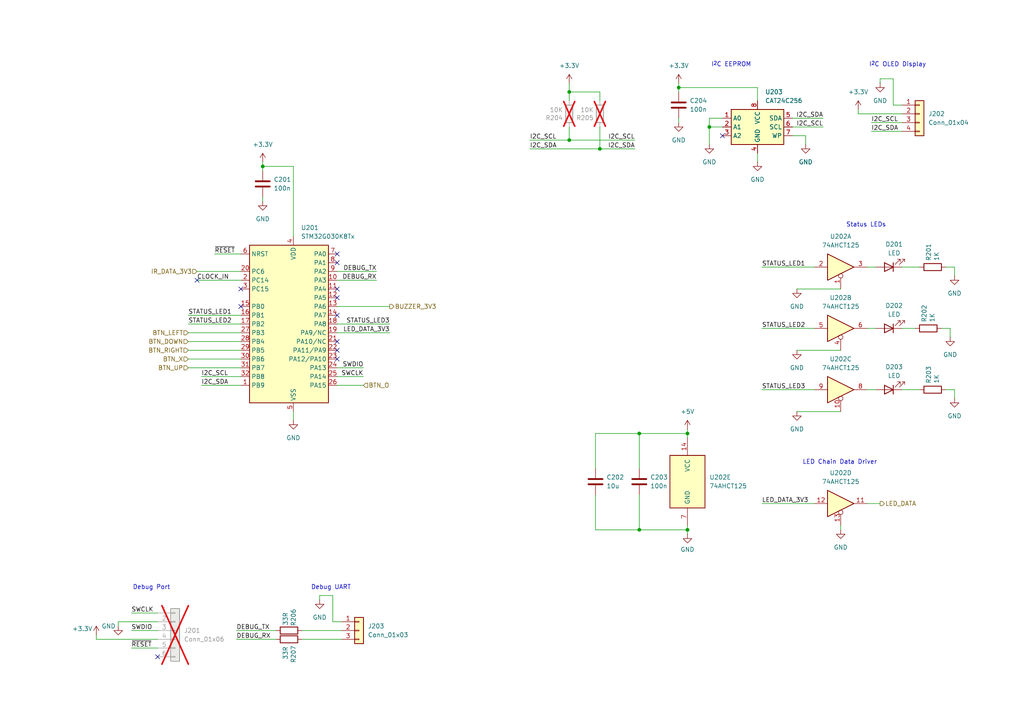
<source format=kicad_sch>
(kicad_sch (version 20231120) (generator "eeschema") (generator_version "8.0")
  (paper "A4")
  (lib_symbols
    (symbol "74xx:74AHCT125" (pin_names (offset 1.016))
      (property "Reference" "U" (at 0 1.27 0))
      (property "Value" "74AHCT125" (at 0 -1.27 0))
      (symbol "74AHCT125_1_0"
        (polyline (pts (xy -3.81 3.81) (xy -3.81 -3.81) (xy 3.81 0) (xy -3.81 3.81)) (stroke (width 0.254)) (fill (type background)))
        (pin input inverted (at 0 -6.35 90) (length 4.445) (name "~") (number "1"))
        (pin input line (at -7.62 0 0) (length 3.81) (name "~") (number "2"))
        (pin tri_state line (at 7.62 0 180) (length 3.81) (name "~") (number "3"))
      )
      (symbol "74AHCT125_2_0"
        (polyline (pts (xy -3.81 3.81) (xy -3.81 -3.81) (xy 3.81 0) (xy -3.81 3.81)) (stroke (width 0.254)) (fill (type background)))
        (pin input inverted (at 0 -6.35 90) (length 4.445) (name "~") (number "4"))
        (pin input line (at -7.62 0 0) (length 3.81) (name "~") (number "5"))
        (pin tri_state line (at 7.62 0 180) (length 3.81) (name "~") (number "6"))
      )
      (symbol "74AHCT125_3_0"
        (polyline (pts (xy -3.81 3.81) (xy -3.81 -3.81) (xy 3.81 0) (xy -3.81 3.81)) (stroke (width 0.254)) (fill (type background)))
        (pin input inverted (at 0 -6.35 90) (length 4.445) (name "~") (number "10"))
        (pin tri_state line (at 7.62 0 180) (length 3.81) (name "~") (number "8"))
        (pin input line (at -7.62 0 0) (length 3.81) (name "~") (number "9"))
      )
      (symbol "74AHCT125_4_0"
        (polyline (pts (xy -3.81 3.81) (xy -3.81 -3.81) (xy 3.81 0) (xy -3.81 3.81)) (stroke (width 0.254)) (fill (type background)))
        (pin tri_state line (at 7.62 0 180) (length 3.81) (name "~") (number "11"))
        (pin input line (at -7.62 0 0) (length 3.81) (name "~") (number "12"))
        (pin input inverted (at 0 -6.35 90) (length 4.445) (name "~") (number "13"))
      )
      (symbol "74AHCT125_5_0"
        (pin power_in line (at 0 12.7 270) (length 5.08) (name "VCC") (number "14"))
        (pin power_in line (at 0 -12.7 90) (length 5.08) (name "GND") (number "7"))
      )
      (symbol "74AHCT125_5_1"
        (rectangle (start -5.08 7.62) (end 5.08 -7.62) (stroke (width 0.254)) (fill (type background)))
      )
    )
    (symbol "Connector_Generic:Conn_01x03" (pin_names (offset 1.016) hide)
      (property "Reference" "J" (at 0 5.08 0))
      (property "Value" "Conn_01x03" (at 0 -5.08 0))
      (symbol "Conn_01x03_1_1"
        (rectangle (start -1.27 -2.413) (end 0 -2.667) (stroke (width 0.1524)))
        (rectangle (start -1.27 0.127) (end 0 -0.127) (stroke (width 0.1524)))
        (rectangle (start -1.27 2.667) (end 0 2.413) (stroke (width 0.1524)))
        (rectangle (start -1.27 3.81) (end 1.27 -3.81) (stroke (width 0.254)) (fill (type background)))
        (pin passive line (at -5.08 2.54 0) (length 3.81) (name "Pin_1") (number "1"))
        (pin passive line (at -5.08 0 0) (length 3.81) (name "Pin_2") (number "2"))
        (pin passive line (at -5.08 -2.54 0) (length 3.81) (name "Pin_3") (number "3"))
      )
    )
    (symbol "Connector_Generic:Conn_01x04" (pin_names (offset 1.016) hide)
      (property "Reference" "J" (at 0 5.08 0))
      (property "Value" "Conn_01x04" (at 0 -7.62 0))
      (symbol "Conn_01x04_1_1"
        (rectangle (start -1.27 -4.953) (end 0 -5.207) (stroke (width 0.1524)))
        (rectangle (start -1.27 -2.413) (end 0 -2.667) (stroke (width 0.1524)))
        (rectangle (start -1.27 0.127) (end 0 -0.127) (stroke (width 0.1524)))
        (rectangle (start -1.27 2.667) (end 0 2.413) (stroke (width 0.1524)))
        (rectangle (start -1.27 3.81) (end 1.27 -6.35) (stroke (width 0.254)) (fill (type background)))
        (pin passive line (at -5.08 2.54 0) (length 3.81) (name "Pin_1") (number "1"))
        (pin passive line (at -5.08 0 0) (length 3.81) (name "Pin_2") (number "2"))
        (pin passive line (at -5.08 -2.54 0) (length 3.81) (name "Pin_3") (number "3"))
        (pin passive line (at -5.08 -5.08 0) (length 3.81) (name "Pin_4") (number "4"))
      )
    )
    (symbol "Connector_Generic:Conn_01x06" (pin_names (offset 1.016) hide)
      (property "Reference" "J" (at 0 7.62 0))
      (property "Value" "Conn_01x06" (at 0 -10.16 0))
      (symbol "Conn_01x06_1_1"
        (rectangle (start -1.27 -7.493) (end 0 -7.747) (stroke (width 0.1524)))
        (rectangle (start -1.27 -4.953) (end 0 -5.207) (stroke (width 0.1524)))
        (rectangle (start -1.27 -2.413) (end 0 -2.667) (stroke (width 0.1524)))
        (rectangle (start -1.27 0.127) (end 0 -0.127) (stroke (width 0.1524)))
        (rectangle (start -1.27 2.667) (end 0 2.413) (stroke (width 0.1524)))
        (rectangle (start -1.27 5.207) (end 0 4.953) (stroke (width 0.1524)))
        (rectangle (start -1.27 6.35) (end 1.27 -8.89) (stroke (width 0.254)) (fill (type background)))
        (pin passive line (at -5.08 5.08 0) (length 3.81) (name "Pin_1") (number "1"))
        (pin passive line (at -5.08 2.54 0) (length 3.81) (name "Pin_2") (number "2"))
        (pin passive line (at -5.08 0 0) (length 3.81) (name "Pin_3") (number "3"))
        (pin passive line (at -5.08 -2.54 0) (length 3.81) (name "Pin_4") (number "4"))
        (pin passive line (at -5.08 -5.08 0) (length 3.81) (name "Pin_5") (number "5"))
        (pin passive line (at -5.08 -7.62 0) (length 3.81) (name "Pin_6") (number "6"))
      )
    )
    (symbol "Device:C" (pin_numbers hide) (pin_names (offset 0.254))
      (property "Reference" "C" (at 0.635 2.54 0))
      (property "Value" "C" (at 0.635 -2.54 0))
      (symbol "C_0_1"
        (polyline (pts (xy -2.032 -0.762) (xy 2.032 -0.762)) (stroke (width 0.508)))
        (polyline (pts (xy -2.032 0.762) (xy 2.032 0.762)) (stroke (width 0.508)))
      )
      (symbol "C_1_1"
        (pin passive line (at 0 3.81 270) (length 2.794) (name "~") (number "1"))
        (pin passive line (at 0 -3.81 90) (length 2.794) (name "~") (number "2"))
      )
    )
    (symbol "Device:LED" (pin_numbers hide) (pin_names (offset 1.016) hide)
      (property "Reference" "D" (at 0 2.54 0))
      (property "Value" "LED" (at 0 -2.54 0))
      (symbol "LED_0_1"
        (polyline (pts (xy -1.27 -1.27) (xy -1.27 1.27)) (stroke (width 0.254)))
        (polyline (pts (xy -1.27 0) (xy 1.27 0)))
        (polyline (pts (xy 1.27 -1.27) (xy 1.27 1.27) (xy -1.27 0) (xy 1.27 -1.27)) (stroke (width 0.254)))
        (polyline (pts (xy -3.048 -0.762) (xy -4.572 -2.286) (xy -3.81 -2.286) (xy -4.572 -2.286) (xy -4.572 -1.524)))
        (polyline (pts (xy -1.778 -0.762) (xy -3.302 -2.286) (xy -2.54 -2.286) (xy -3.302 -2.286) (xy -3.302 -1.524)))
      )
      (symbol "LED_1_1"
        (pin passive line (at -3.81 0 0) (length 2.54) (name "K") (number "1"))
        (pin passive line (at 3.81 0 180) (length 2.54) (name "A") (number "2"))
      )
    )
    (symbol "Device:R" (pin_numbers hide) (pin_names (offset 0))
      (property "Reference" "R" (at 2.032 0 90))
      (property "Value" "R" (at 0 0 90))
      (symbol "R_0_1"
        (rectangle (start -1.016 -2.54) (end 1.016 2.54) (stroke (width 0.254)))
      )
      (symbol "R_1_1"
        (pin passive line (at 0 3.81 270) (length 1.27) (name "~") (number "1"))
        (pin passive line (at 0 -3.81 90) (length 1.27) (name "~") (number "2"))
      )
    )
    (symbol "MCU_ST_STM32G0:STM32G030K8Tx"
      (property "Reference" "U" (at -10.16 24.13 0))
      (property "Value" "STM32G030K8Tx" (at 5.08 24.13 0))
      (symbol "STM32G030K8Tx_0_1"
        (rectangle (start -10.16 -22.86) (end 12.7 22.86) (stroke (width 0.254)) (fill (type background)))
      )
      (symbol "STM32G030K8Tx_1_1"
        (pin bidirectional line (at -12.7 -17.78 0) (length 2.54) (name "PB9") (number "1"))
        (pin bidirectional line (at 15.24 12.7 180) (length 2.54) (name "PA3") (number "10"))
        (pin bidirectional line (at 15.24 10.16 180) (length 2.54) (name "PA4") (number "11"))
        (pin bidirectional line (at 15.24 7.62 180) (length 2.54) (name "PA5") (number "12"))
        (pin bidirectional line (at 15.24 5.08 180) (length 2.54) (name "PA6") (number "13"))
        (pin bidirectional line (at 15.24 2.54 180) (length 2.54) (name "PA7") (number "14"))
        (pin bidirectional line (at -12.7 5.08 0) (length 2.54) (name "PB0") (number "15"))
        (pin bidirectional line (at -12.7 2.54 0) (length 2.54) (name "PB1") (number "16"))
        (pin bidirectional line (at -12.7 0 0) (length 2.54) (name "PB2") (number "17"))
        (pin bidirectional line (at 15.24 0 180) (length 2.54) (name "PA8") (number "18"))
        (pin bidirectional line (at 15.24 -2.54 180) (length 2.54) (name "PA9/NC") (number "19"))
        (pin bidirectional line (at -12.7 12.7 0) (length 2.54) (name "PC14") (number "2"))
        (pin bidirectional line (at -12.7 15.24 0) (length 2.54) (name "PC6") (number "20"))
        (pin bidirectional line (at 15.24 -5.08 180) (length 2.54) (name "PA10/NC") (number "21"))
        (pin bidirectional line (at 15.24 -7.62 180) (length 2.54) (name "PA11/PA9") (number "22"))
        (pin bidirectional line (at 15.24 -10.16 180) (length 2.54) (name "PA12/PA10") (number "23"))
        (pin bidirectional line (at 15.24 -12.7 180) (length 2.54) (name "PA13") (number "24"))
        (pin bidirectional line (at 15.24 -15.24 180) (length 2.54) (name "PA14") (number "25"))
        (pin bidirectional line (at 15.24 -17.78 180) (length 2.54) (name "PA15") (number "26"))
        (pin bidirectional line (at -12.7 -2.54 0) (length 2.54) (name "PB3") (number "27"))
        (pin bidirectional line (at -12.7 -5.08 0) (length 2.54) (name "PB4") (number "28"))
        (pin bidirectional line (at -12.7 -7.62 0) (length 2.54) (name "PB5") (number "29"))
        (pin bidirectional line (at -12.7 10.16 0) (length 2.54) (name "PC15") (number "3"))
        (pin bidirectional line (at -12.7 -10.16 0) (length 2.54) (name "PB6") (number "30"))
        (pin bidirectional line (at -12.7 -12.7 0) (length 2.54) (name "PB7") (number "31"))
        (pin bidirectional line (at -12.7 -15.24 0) (length 2.54) (name "PB8") (number "32"))
        (pin power_in line (at 2.54 25.4 270) (length 2.54) (name "VDD") (number "4"))
        (pin power_in line (at 2.54 -25.4 90) (length 2.54) (name "VSS") (number "5"))
        (pin input line (at -12.7 20.32 0) (length 2.54) (name "NRST") (number "6"))
        (pin bidirectional line (at 15.24 20.32 180) (length 2.54) (name "PA0") (number "7"))
        (pin bidirectional line (at 15.24 17.78 180) (length 2.54) (name "PA1") (number "8"))
        (pin bidirectional line (at 15.24 15.24 180) (length 2.54) (name "PA2") (number "9"))
      )
    )
    (symbol "Memory_EEPROM:CAT24C256"
      (property "Reference" "U" (at -6.35 6.35 0))
      (property "Value" "CAT24C256" (at 1.27 6.35 0))
      (symbol "CAT24C256_1_1"
        (rectangle (start -7.62 5.08) (end 7.62 -5.08) (stroke (width 0.254)) (fill (type background)))
        (pin input line (at -10.16 2.54 0) (length 2.54) (name "A0") (number "1"))
        (pin input line (at -10.16 0 0) (length 2.54) (name "A1") (number "2"))
        (pin input line (at -10.16 -2.54 0) (length 2.54) (name "A2") (number "3"))
        (pin power_in line (at 0 -7.62 90) (length 2.54) (name "GND") (number "4"))
        (pin bidirectional line (at 10.16 2.54 180) (length 2.54) (name "SDA") (number "5"))
        (pin input line (at 10.16 0 180) (length 2.54) (name "SCL") (number "6"))
        (pin input line (at 10.16 -2.54 180) (length 2.54) (name "WP") (number "7"))
        (pin power_in line (at 0 7.62 270) (length 2.54) (name "VCC") (number "8"))
      )
    )
    (symbol "power:+3.3V" (power) (pin_numbers hide) (pin_names (offset 0) hide)
      (property "Value" "+3.3V" (at 0 3.556 0))
      (symbol "+3.3V_0_1"
        (polyline (pts (xy -0.762 1.27) (xy 0 2.54)))
        (polyline (pts (xy 0 0) (xy 0 2.54)))
        (polyline (pts (xy 0 2.54) (xy 0.762 1.27)))
      )
      (symbol "+3.3V_1_1"
        (pin power_in line (at 0 0 90) (length 0) (name "~") (number "1"))
      )
    )
    (symbol "power:+5V" (power) (pin_numbers hide) (pin_names (offset 0) hide)
      (property "Value" "+5V" (at 0 3.556 0))
      (symbol "+5V_0_1"
        (polyline (pts (xy -0.762 1.27) (xy 0 2.54)))
        (polyline (pts (xy 0 0) (xy 0 2.54)))
        (polyline (pts (xy 0 2.54) (xy 0.762 1.27)))
      )
      (symbol "+5V_1_1"
        (pin power_in line (at 0 0 90) (length 0) (name "~") (number "1"))
      )
    )
    (symbol "power:GND" (power) (pin_numbers hide) (pin_names (offset 0) hide)
      (property "Value" "GND" (at 0 -3.81 0))
      (symbol "GND_0_1"
        (polyline (pts (xy 0 0) (xy 0 -1.27) (xy 1.27 -1.27) (xy 0 -2.54) (xy -1.27 -1.27) (xy 0 -1.27)))
      )
      (symbol "GND_1_1"
        (pin power_in line (at 0 0 270) (length 0) (name "~") (number "1"))
      )
    )
  )
  (junction (at 199.39 153.67))
  (junction (at 173.99 43.18))
  (junction (at 165.1 40.64))
  (junction (at 76.2 48.26))
  (junction (at 196.85 25.4))
  (junction (at 205.74 36.83))
  (junction (at 165.1 26.67))
  (junction (at 185.42 125.73))
  (junction (at 199.39 125.73))
  (junction (at 185.42 153.67))
  (no_connect (at 97.79 86.36))
  (no_connect (at 69.85 88.9))
  (no_connect (at 57.15 81.28))
  (no_connect (at 97.79 104.14))
  (no_connect (at 97.79 76.2))
  (no_connect (at 97.79 101.6))
  (no_connect (at 97.79 73.66))
  (no_connect (at 209.55 39.37))
  (no_connect (at 45.72 190.5))
  (no_connect (at 97.79 91.44))
  (no_connect (at 69.85 83.82))
  (no_connect (at 97.79 99.06))
  (no_connect (at 97.79 83.82))
  (wire (pts (xy 80.01 182.88) (xy 68.58 182.88)))
  (wire (pts (xy 80.01 185.42) (xy 68.58 185.42)))
  (wire (pts (xy 87.63 185.42) (xy 99.06 185.42)))
  (wire (pts (xy 255.27 22.86) (xy 255.27 24.13)))
  (wire (pts (xy 54.61 93.98) (xy 69.85 93.98)))
  (wire (pts (xy 97.79 109.22) (xy 105.41 109.22)))
  (wire (pts (xy 231.14 83.82) (xy 243.84 83.82)))
  (wire (pts (xy 97.79 106.68) (xy 105.41 106.68)))
  (wire (pts (xy 54.61 104.14) (xy 69.85 104.14)))
  (wire (pts (xy 259.08 22.86) (xy 255.27 22.86)))
  (wire (pts (xy 196.85 26.67) (xy 196.85 25.4)))
  (wire (pts (xy 196.85 25.4) (xy 219.71 25.4)))
  (wire (pts (xy 57.15 81.28) (xy 69.85 81.28)))
  (wire (pts (xy 113.03 93.98) (xy 97.79 93.98)))
  (wire (pts (xy 261.62 95.25) (xy 265.43 95.25)))
  (wire (pts (xy 220.98 113.03) (xy 236.22 113.03)))
  (wire (pts (xy 185.42 125.73) (xy 185.42 135.89)))
  (wire (pts (xy 172.72 135.89) (xy 172.72 125.73)))
  (wire (pts (xy 251.46 77.47) (xy 254 77.47)))
  (wire (pts (xy 229.87 34.29) (xy 238.76 34.29)))
  (wire (pts (xy 76.2 48.26) (xy 76.2 46.99)))
  (wire (pts (xy 96.52 172.72) (xy 92.71 172.72)))
  (wire (pts (xy 196.85 35.56) (xy 196.85 34.29)))
  (wire (pts (xy 92.71 172.72) (xy 92.71 173.99)))
  (wire (pts (xy 199.39 152.4) (xy 199.39 153.67)))
  (wire (pts (xy 220.98 77.47) (xy 236.22 77.47)))
  (wire (pts (xy 173.99 43.18) (xy 184.15 43.18)))
  (wire (pts (xy 199.39 124.46) (xy 199.39 125.73)))
  (wire (pts (xy 54.61 106.68) (xy 69.85 106.68)))
  (wire (pts (xy 45.72 177.8) (xy 38.1 177.8)))
  (wire (pts (xy 248.92 33.02) (xy 261.62 33.02)))
  (wire (pts (xy 27.94 185.42) (xy 45.72 185.42)))
  (wire (pts (xy 54.61 99.06) (xy 69.85 99.06)))
  (wire (pts (xy 97.79 88.9) (xy 113.03 88.9)))
  (wire (pts (xy 27.94 184.15) (xy 27.94 185.42)))
  (wire (pts (xy 233.68 41.91) (xy 233.68 39.37)))
  (wire (pts (xy 276.86 80.01) (xy 276.86 77.47)))
  (wire (pts (xy 172.72 153.67) (xy 172.72 143.51)))
  (wire (pts (xy 259.08 22.86) (xy 259.08 30.48)))
  (wire (pts (xy 259.08 30.48) (xy 261.62 30.48)))
  (wire (pts (xy 105.41 111.76) (xy 97.79 111.76)))
  (wire (pts (xy 165.1 40.64) (xy 184.15 40.64)))
  (wire (pts (xy 243.84 152.4) (xy 243.84 153.67)))
  (wire (pts (xy 261.62 113.03) (xy 266.7 113.03)))
  (wire (pts (xy 205.74 41.91) (xy 205.74 36.83)))
  (wire (pts (xy 172.72 125.73) (xy 185.42 125.73)))
  (wire (pts (xy 34.29 181.61) (xy 34.29 180.34)))
  (wire (pts (xy 85.09 48.26) (xy 76.2 48.26)))
  (wire (pts (xy 231.14 119.38) (xy 243.84 119.38)))
  (wire (pts (xy 251.46 95.25) (xy 254 95.25)))
  (wire (pts (xy 153.67 40.64) (xy 165.1 40.64)))
  (wire (pts (xy 165.1 36.83) (xy 165.1 40.64)))
  (wire (pts (xy 199.39 125.73) (xy 199.39 127)))
  (wire (pts (xy 275.59 97.79) (xy 275.59 95.25)))
  (wire (pts (xy 205.74 36.83) (xy 205.74 34.29)))
  (wire (pts (xy 172.72 153.67) (xy 185.42 153.67)))
  (wire (pts (xy 57.15 78.74) (xy 69.85 78.74)))
  (wire (pts (xy 45.72 182.88) (xy 38.1 182.88)))
  (wire (pts (xy 229.87 36.83) (xy 238.76 36.83)))
  (wire (pts (xy 173.99 26.67) (xy 173.99 29.21)))
  (wire (pts (xy 275.59 95.25) (xy 273.05 95.25)))
  (wire (pts (xy 185.42 125.73) (xy 199.39 125.73)))
  (wire (pts (xy 97.79 81.28) (xy 109.22 81.28)))
  (wire (pts (xy 196.85 25.4) (xy 196.85 24.13)))
  (wire (pts (xy 205.74 34.29) (xy 209.55 34.29)))
  (wire (pts (xy 185.42 153.67) (xy 199.39 153.67)))
  (wire (pts (xy 54.61 91.44) (xy 69.85 91.44)))
  (wire (pts (xy 38.1 187.96) (xy 45.72 187.96)))
  (wire (pts (xy 54.61 101.6) (xy 69.85 101.6)))
  (wire (pts (xy 165.1 24.13) (xy 165.1 26.67)))
  (wire (pts (xy 87.63 182.88) (xy 99.06 182.88)))
  (wire (pts (xy 276.86 115.57) (xy 276.86 113.03)))
  (wire (pts (xy 219.71 25.4) (xy 219.71 29.21)))
  (wire (pts (xy 276.86 113.03) (xy 274.32 113.03)))
  (wire (pts (xy 165.1 26.67) (xy 165.1 29.21)))
  (wire (pts (xy 261.62 38.1) (xy 252.73 38.1)))
  (wire (pts (xy 76.2 58.42) (xy 76.2 57.15)))
  (wire (pts (xy 261.62 77.47) (xy 266.7 77.47)))
  (wire (pts (xy 54.61 96.52) (xy 69.85 96.52)))
  (wire (pts (xy 62.23 73.66) (xy 69.85 73.66)))
  (wire (pts (xy 251.46 113.03) (xy 254 113.03)))
  (wire (pts (xy 97.79 96.52) (xy 113.03 96.52)))
  (wire (pts (xy 58.42 111.76) (xy 69.85 111.76)))
  (wire (pts (xy 248.92 31.75) (xy 248.92 33.02)))
  (wire (pts (xy 261.62 35.56) (xy 252.73 35.56)))
  (wire (pts (xy 173.99 43.18) (xy 173.99 36.83)))
  (wire (pts (xy 276.86 77.47) (xy 274.32 77.47)))
  (wire (pts (xy 231.14 101.6) (xy 243.84 101.6)))
  (wire (pts (xy 76.2 49.53) (xy 76.2 48.26)))
  (wire (pts (xy 96.52 180.34) (xy 99.06 180.34)))
  (wire (pts (xy 205.74 36.83) (xy 209.55 36.83)))
  (wire (pts (xy 220.98 146.05) (xy 236.22 146.05)))
  (wire (pts (xy 97.79 78.74) (xy 109.22 78.74)))
  (wire (pts (xy 233.68 39.37) (xy 229.87 39.37)))
  (wire (pts (xy 34.29 180.34) (xy 45.72 180.34)))
  (wire (pts (xy 185.42 143.51) (xy 185.42 153.67)))
  (wire (pts (xy 153.67 43.18) (xy 173.99 43.18)))
  (wire (pts (xy 96.52 172.72) (xy 96.52 180.34)))
  (wire (pts (xy 251.46 146.05) (xy 255.27 146.05)))
  (wire (pts (xy 219.71 44.45) (xy 219.71 46.99)))
  (wire (pts (xy 58.42 109.22) (xy 69.85 109.22)))
  (wire (pts (xy 165.1 26.67) (xy 173.99 26.67)))
  (wire (pts (xy 220.98 95.25) (xy 236.22 95.25)))
  (wire (pts (xy 85.09 119.38) (xy 85.09 121.92)))
  (wire (pts (xy 85.09 48.26) (xy 85.09 68.58)))
  (wire (pts (xy 199.39 153.67) (xy 199.39 154.94)))
  (text "Status LEDs" (at 251.206 65.278 0) (effects (font (size 1.27 1.27))))
  (text "LED Chain Data Driver" (at 243.586 134.112 0) (effects (font (size 1.27 1.27))))
  (text "I^{2}C EEPROM" (at 212.09 18.796 0) (effects (font (size 1.27 1.27))))
  (text "Debug Port" (at 43.942 170.434 0) (effects (font (size 1.27 1.27))))
  (text "I^{2}C OLED Display" (at 260.35 18.796 0) (effects (font (size 1.27 1.27))))
  (text "Debug UART" (at 96.012 170.434 0) (effects (font (size 1.27 1.27))))
  (label "I2C_SDA" (at 153.67 43.18 0))
  (label "DEBUG_TX" (at 109.22 78.74 180))
  (label "STATUS_LED2" (at 54.61 93.98 0))
  (label "SWCLK" (at 38.1 177.8 0))
  (label "I2C_SCL" (at 58.42 109.22 0))
  (label "I2C_SCL" (at 184.15 40.64 180))
  (label "STATUS_LED2" (at 220.98 95.25 0))
  (label "SWCLK" (at 105.41 109.22 180))
  (label "STATUS_LED1" (at 54.61 91.44 0))
  (label "~{RESET}" (at 38.1 187.96 0))
  (label "I2C_SDA" (at 184.15 43.18 180))
  (label "DEBUG_TX" (at 68.58 182.88 0))
  (label "CLOCK_IN" (at 57.15 81.28 0))
  (label "SWDIO" (at 105.41 106.68 180))
  (label "I2C_SCL" (at 252.73 35.56 0))
  (label "I2C_SCL" (at 153.67 40.64 0))
  (label "I2C_SDA" (at 252.73 38.1 0))
  (label "LED_DATA_3V3" (at 113.03 96.52 180))
  (label "I2C_SDA" (at 238.76 34.29 180))
  (label "~{RESET}" (at 62.23 73.66 0))
  (label "I2C_SCL" (at 238.76 36.83 180))
  (label "SWDIO" (at 38.1 182.88 0))
  (label "STATUS_LED1" (at 220.98 77.47 0))
  (label "STATUS_LED3" (at 220.98 113.03 0))
  (label "STATUS_LED3" (at 113.03 93.98 180))
  (label "LED_DATA_3V3" (at 220.98 146.05 0))
  (label "I2C_SDA" (at 58.42 111.76 0))
  (label "DEBUG_RX" (at 109.22 81.28 180))
  (label "DEBUG_RX" (at 68.58 185.42 0))
  (hierarchical_label "BTN_X" (shape input) (at 54.61 104.14 180))
  (hierarchical_label "BTN_RIGHT" (shape input) (at 54.61 101.6 180))
  (hierarchical_label "IR_DATA_3V3" (shape input) (at 57.15 78.74 180))
  (hierarchical_label "BTN_LEFT" (shape input) (at 54.61 96.52 180))
  (hierarchical_label "BTN_UP" (shape input) (at 54.61 106.68 180))
  (hierarchical_label "BUZZER_3V3" (shape output) (at 113.03 88.9 0))
  (hierarchical_label "LED_DATA" (shape output) (at 255.27 146.05 0))
  (hierarchical_label "BTN_O" (shape input) (at 105.41 111.76 0))
  (hierarchical_label "BTN_DOWN" (shape input) (at 54.61 99.06 180))
  (symbol (lib_id "MCU_ST_STM32G0:STM32G030K8Tx") (at 82.55 93.98 0) (unit 1)
    (property "Reference" "U201" (at 87.2841 66.04 0) (effects (justify left)))
    (property "Value" "STM32G030K8Tx" (at 87.2841 68.58 0) (effects (justify left)))
    (property "Footprint" "Package_QFP:LQFP-32_7x7mm_P0.8mm" (effects (hide yes)))
    (property "Datasheet" "https://www.st.com/resource/en/datasheet/stm32g030k8.pdf" (effects (hide yes)))
    (property "Description" "STMicroelectronics Arm Cortex-M0+ MCU, 64KB flash, 8KB RAM, 64 MHz, 2.0-3.6V, 29 GPIO, LQFP32" (effects (hide yes)))
  )
  (symbol (lib_id "power:GND") (at 231.14 119.38 0) (unit 1)
    (property "Reference" "#PWR04" (effects (hide yes)))
    (property "Value" "GND" (at 231.14 124.46 0))
    (property "Description" "Power symbol creates a global label with name \"GND\" , ground" (effects (hide yes)))
  )
  (symbol (lib_id "power:+3.3V") (at 27.94 184.15 0) (unit 1)
    (property "Reference" "#PWR0202" (effects (hide yes)))
    (property "Value" "+3.3V" (at 23.876 182.372 0))
    (property "Description" "Power symbol creates a global label with name \"+3.3V\"" (effects (hide yes)))
  )
  (symbol (lib_id "power:GND") (at 76.2 58.42 0) (unit 1)
    (property "Reference" "#PWR0206" (effects (hide yes)))
    (property "Value" "GND" (at 76.2 63.5 0))
    (property "Description" "Power symbol creates a global label with name \"GND\" , ground" (effects (hide yes)))
  )
  (symbol (lib_id "74xx:74AHCT125") (at 243.84 146.05 0) (unit 4)
    (property "Reference" "U202" (at 243.84 137.16 0))
    (property "Value" "74AHCT125" (at 243.84 139.7 0))
    (property "Footprint" "Package_SO:SOIC-14_3.9x8.7mm_P1.27mm" (effects (hide yes)))
    (property "Datasheet" "https://www.ti.com/lit/ds/symlink/sn74ahct125.pdf" (effects (hide yes)))
    (property "Description" "Quadruple Bus Buffer Gates With 3-State Outputs" (effects (hide yes)))
  )
  (symbol (lib_id "Device:R") (at 173.99 33.02 180) (unit 1) (dnp yes)
    (property "Reference" "R205" (at 172.212 34.1884 0) (effects (justify left)))
    (property "Value" "10K" (at 172.212 31.877 0) (effects (justify left)))
    (property "Footprint" "Resistor_SMD:R_0805_2012Metric_Pad1.20x1.40mm_HandSolder" (effects (hide yes)))
    (property "Description" "Resistor" (effects (hide yes)))
  )
  (symbol (lib_id "Device:R") (at 165.1 33.02 180) (unit 1) (dnp yes)
    (property "Reference" "R204" (at 163.322 34.1884 0) (effects (justify left)))
    (property "Value" "10K" (at 163.322 31.877 0) (effects (justify left)))
    (property "Footprint" "Resistor_SMD:R_0805_2012Metric_Pad1.20x1.40mm_HandSolder" (effects (hide yes)))
    (property "Description" "Resistor" (effects (hide yes)))
  )
  (symbol (lib_id "Device:R") (at 270.51 113.03 90) (unit 1)
    (property "Reference" "R203" (at 269.3416 111.252 0) (effects (justify left)))
    (property "Value" "1K" (at 271.653 111.252 0) (effects (justify left)))
    (property "Footprint" "Resistor_SMD:R_0805_2012Metric_Pad1.20x1.40mm_HandSolder" (effects (hide yes)))
    (property "Description" "Resistor" (effects (hide yes)))
  )
  (symbol (lib_id "Device:LED") (at 257.81 95.25 180) (unit 1)
    (property "Reference" "D202" (at 259.334 88.646 0))
    (property "Value" "LED" (at 259.334 91.186 0))
    (property "Footprint" "LED_SMD:LED_0805_2012Metric_Pad1.15x1.40mm_HandSolder" (effects (hide yes)))
    (property "Description" "Light emitting diode" (effects (hide yes)))
  )
  (symbol (lib_id "power:GND") (at 34.29 181.61 0) (unit 1)
    (property "Reference" "#PWR0203" (effects (hide yes)))
    (property "Value" "GND" (at 31.496 181.61 0))
    (property "Description" "Power symbol creates a global label with name \"GND\" , ground" (effects (hide yes)))
  )
  (symbol (lib_id "power:GND") (at 196.85 35.56 0) (unit 1)
    (property "Reference" "#PWR0214" (effects (hide yes)))
    (property "Value" "GND" (at 196.85 40.64 0))
    (property "Description" "Power symbol creates a global label with name \"GND\" , ground" (effects (hide yes)))
  )
  (symbol (lib_id "Device:R") (at 269.24 95.25 90) (unit 1)
    (property "Reference" "R202" (at 268.0716 93.472 0) (effects (justify left)))
    (property "Value" "1K" (at 270.383 93.472 0) (effects (justify left)))
    (property "Footprint" "Resistor_SMD:R_0805_2012Metric_Pad1.20x1.40mm_HandSolder" (effects (hide yes)))
    (property "Description" "Resistor" (effects (hide yes)))
  )
  (symbol (lib_id "Connector_Generic:Conn_01x06") (at 50.8 182.88 0) (unit 1) (dnp yes)
    (property "Reference" "J201" (at 53.34 182.8799 0) (effects (justify left)))
    (property "Value" "Conn_01x06" (at 53.34 185.4199 0) (effects (justify left)))
    (property "Footprint" "Connector_PinSocket_2.54mm:PinSocket_1x06_P2.54mm_Vertical" (effects (hide yes)))
    (property "Description" "Generic connector, single row, 01x06, script generated (kicad-library-utils/schlib/autogen/connector/)" (effects (hide yes)))
  )
  (symbol (lib_id "74xx:74AHCT125") (at 243.84 77.47 0) (unit 1)
    (property "Reference" "U202" (at 243.84 68.58 0))
    (property "Value" "74AHCT125" (at 243.84 71.12 0))
    (property "Footprint" "Package_SO:SOIC-14_3.9x8.7mm_P1.27mm" (effects (hide yes)))
    (property "Datasheet" "https://www.ti.com/lit/ds/symlink/sn74ahct125.pdf" (effects (hide yes)))
    (property "Description" "Quadruple Bus Buffer Gates With 3-State Outputs" (effects (hide yes)))
  )
  (symbol (lib_id "power:GND") (at 275.59 97.79 0) (unit 1)
    (property "Reference" "#PWR0204" (effects (hide yes)))
    (property "Value" "GND" (at 275.59 102.87 0))
    (property "Description" "Power symbol creates a global label with name \"GND\" , ground" (effects (hide yes)))
  )
  (symbol (lib_id "power:GND") (at 255.27 24.13 0) (unit 1)
    (property "Reference" "#PWR0219" (effects (hide yes)))
    (property "Value" "GND" (at 255.27 29.21 0))
    (property "Description" "Power symbol creates a global label with name \"GND\" , ground" (effects (hide yes)))
  )
  (symbol (lib_id "Memory_EEPROM:CAT24C256") (at 219.71 36.83 0) (unit 1)
    (property "Reference" "U203" (at 221.9041 26.67 0) (effects (justify left)))
    (property "Value" "CAT24C256" (at 221.9041 29.21 0) (effects (justify left)))
    (property "Footprint" "Package_DIP:DIP-8_W7.62mm_Socket" (effects (hide yes)))
    (property "Datasheet" "https://www.onsemi.cn/PowerSolutions/document/CAT24C256-D.PDF" (effects (hide yes)))
    (property "Description" "256 kb CMOS Serial EEPROM, DIP-8/SOIC-8/TSSOP-8/DFN-8" (effects (hide yes)))
  )
  (symbol (lib_id "power:GND") (at 85.09 121.92 0) (unit 1)
    (property "Reference" "#PWR0209" (effects (hide yes)))
    (property "Value" "GND" (at 85.09 127 0))
    (property "Description" "Power symbol creates a global label with name \"GND\" , ground" (effects (hide yes)))
  )
  (symbol (lib_id "power:+3.3V") (at 165.1 24.13 0) (unit 1)
    (property "Reference" "#PWR0218" (effects (hide yes)))
    (property "Value" "+3.3V" (at 165.1 19.05 0))
    (property "Description" "Power symbol creates a global label with name \"+3.3V\"" (effects (hide yes)))
  )
  (symbol (lib_id "power:GND") (at 231.14 83.82 0) (unit 1)
    (property "Reference" "#PWR0210" (effects (hide yes)))
    (property "Value" "GND" (at 231.14 88.9 0))
    (property "Description" "Power symbol creates a global label with name \"GND\" , ground" (effects (hide yes)))
  )
  (symbol (lib_id "power:+5V") (at 199.39 124.46 0) (unit 1)
    (property "Reference" "#PWR0207" (effects (hide yes)))
    (property "Value" "+5V" (at 199.39 119.38 0))
    (property "Description" "Power symbol creates a global label with name \"+5V\"" (effects (hide yes)))
  )
  (symbol (lib_id "power:GND") (at 276.86 80.01 0) (unit 1)
    (property "Reference" "#PWR0201" (effects (hide yes)))
    (property "Value" "GND" (at 276.86 85.09 0))
    (property "Description" "Power symbol creates a global label with name \"GND\" , ground" (effects (hide yes)))
  )
  (symbol (lib_id "Device:R") (at 270.51 77.47 90) (unit 1)
    (property "Reference" "R201" (at 269.3416 75.692 0) (effects (justify left)))
    (property "Value" "1K" (at 271.653 75.692 0) (effects (justify left)))
    (property "Footprint" "Resistor_SMD:R_0805_2012Metric_Pad1.20x1.40mm_HandSolder" (effects (hide yes)))
    (property "Description" "Resistor" (effects (hide yes)))
  )
  (symbol (lib_id "power:+3.3V") (at 196.85 24.13 0) (unit 1)
    (property "Reference" "#PWR0213" (effects (hide yes)))
    (property "Value" "+3.3V" (at 196.85 19.05 0))
    (property "Description" "Power symbol creates a global label with name \"+3.3V\"" (effects (hide yes)))
  )
  (symbol (lib_id "power:GND") (at 231.14 101.6 0) (unit 1)
    (property "Reference" "#PWR0211" (effects (hide yes)))
    (property "Value" "GND" (at 231.14 106.68 0))
    (property "Description" "Power symbol creates a global label with name \"GND\" , ground" (effects (hide yes)))
  )
  (symbol (lib_id "power:GND") (at 92.71 173.99 0) (unit 1)
    (property "Reference" "#PWR0221" (effects (hide yes)))
    (property "Value" "GND" (at 92.71 179.07 0))
    (property "Description" "Power symbol creates a global label with name \"GND\" , ground" (effects (hide yes)))
  )
  (symbol (lib_id "power:GND") (at 276.86 115.57 0) (unit 1)
    (property "Reference" "#PWR05" (effects (hide yes)))
    (property "Value" "GND" (at 276.86 120.65 0))
    (property "Description" "Power symbol creates a global label with name \"GND\" , ground" (effects (hide yes)))
  )
  (symbol (lib_id "Device:C") (at 172.72 139.7 0) (unit 1)
    (property "Reference" "C202" (at 175.895 138.43 0) (effects (justify left)))
    (property "Value" "10u" (at 175.895 140.97 0) (effects (justify left)))
    (property "Footprint" "Capacitor_SMD:C_1206_3216Metric_Pad1.33x1.80mm_HandSolder" (effects (hide yes)))
    (property "Description" "Unpolarized capacitor" (effects (hide yes)))
  )
  (symbol (lib_id "power:+3.3V") (at 76.2 46.99 0) (unit 1)
    (property "Reference" "#PWR0205" (effects (hide yes)))
    (property "Value" "+3.3V" (at 76.2 41.91 0))
    (property "Description" "Power symbol creates a global label with name \"+3.3V\"" (effects (hide yes)))
  )
  (symbol (lib_id "power:GND") (at 205.74 41.91 0) (unit 1)
    (property "Reference" "#PWR0216" (effects (hide yes)))
    (property "Value" "GND" (at 205.74 46.99 0))
    (property "Description" "Power symbol creates a global label with name \"GND\" , ground" (effects (hide yes)))
  )
  (symbol (lib_id "Device:C") (at 196.85 30.48 0) (unit 1)
    (property "Reference" "C204" (at 200.025 29.21 0) (effects (justify left)))
    (property "Value" "100n" (at 200.025 31.75 0) (effects (justify left)))
    (property "Footprint" "Capacitor_SMD:C_0805_2012Metric_Pad1.18x1.45mm_HandSolder" (effects (hide yes)))
    (property "Description" "Unpolarized capacitor" (effects (hide yes)))
  )
  (symbol (lib_id "power:GND") (at 243.84 153.67 0) (unit 1)
    (property "Reference" "#PWR0212" (effects (hide yes)))
    (property "Value" "GND" (at 243.84 158.75 0))
    (property "Description" "Power symbol creates a global label with name \"GND\" , ground" (effects (hide yes)))
  )
  (symbol (lib_id "74xx:74AHCT125") (at 199.39 139.7 0) (unit 5)
    (property "Reference" "U202" (at 205.74 138.4299 0) (effects (justify left)))
    (property "Value" "74AHCT125" (at 205.74 140.9699 0) (effects (justify left)))
    (property "Footprint" "Package_SO:SOIC-14_3.9x8.7mm_P1.27mm" (effects (hide yes)))
    (property "Datasheet" "https://www.ti.com/lit/ds/symlink/sn74ahct125.pdf" (effects (hide yes)))
    (property "Description" "Quadruple Bus Buffer Gates With 3-State Outputs" (effects (hide yes)))
  )
  (symbol (lib_id "74xx:74AHCT125") (at 243.84 113.03 0) (unit 3)
    (property "Reference" "U202" (at 243.84 104.14 0))
    (property "Value" "74AHCT125" (at 243.84 106.68 0))
    (property "Footprint" "Package_SO:SOIC-14_3.9x8.7mm_P1.27mm" (effects (hide yes)))
    (property "Datasheet" "https://www.ti.com/lit/ds/symlink/sn74ahct125.pdf" (effects (hide yes)))
    (property "Description" "Quadruple Bus Buffer Gates With 3-State Outputs" (effects (hide yes)))
  )
  (symbol (lib_id "power:GND") (at 219.71 46.99 0) (unit 1)
    (property "Reference" "#PWR0215" (effects (hide yes)))
    (property "Value" "GND" (at 219.71 52.07 0))
    (property "Description" "Power symbol creates a global label with name \"GND\" , ground" (effects (hide yes)))
  )
  (symbol (lib_id "Connector_Generic:Conn_01x04") (at 266.7 33.02 0) (unit 1)
    (property "Reference" "J202" (at 269.24 33.0199 0) (effects (justify left)))
    (property "Value" "Conn_01x04" (at 269.24 35.5599 0) (effects (justify left)))
    (property "Footprint" "Connector_PinSocket_2.54mm:PinSocket_1x04_P2.54mm_Vertical" (effects (hide yes)))
    (property "Description" "Generic connector, single row, 01x04, script generated (kicad-library-utils/schlib/autogen/connector/)" (effects (hide yes)))
  )
  (symbol (lib_id "power:+3.3V") (at 248.92 31.75 0) (unit 1)
    (property "Reference" "#PWR0220" (effects (hide yes)))
    (property "Value" "+3.3V" (at 248.92 26.67 0))
    (property "Description" "Power symbol creates a global label with name \"+3.3V\"" (effects (hide yes)))
  )
  (symbol (lib_id "74xx:74AHCT125") (at 243.84 95.25 0) (unit 2)
    (property "Reference" "U202" (at 243.84 86.36 0))
    (property "Value" "74AHCT125" (at 243.84 88.9 0))
    (property "Footprint" "Package_SO:SOIC-14_3.9x8.7mm_P1.27mm" (effects (hide yes)))
    (property "Datasheet" "https://www.ti.com/lit/ds/symlink/sn74ahct125.pdf" (effects (hide yes)))
    (property "Description" "Quadruple Bus Buffer Gates With 3-State Outputs" (effects (hide yes)))
  )
  (symbol (lib_id "Device:R") (at 83.82 185.42 270) (unit 1)
    (property "Reference" "R207" (at 85.1154 187.198 0) (effects (justify left)))
    (property "Value" "33R" (at 82.804 187.452 0) (effects (justify left)))
    (property "Footprint" "Resistor_SMD:R_0805_2012Metric_Pad1.20x1.40mm_HandSolder" (effects (hide yes)))
    (property "Description" "Resistor" (effects (hide yes)))
  )
  (symbol (lib_id "Device:LED") (at 257.81 113.03 180) (unit 1)
    (property "Reference" "D203" (at 259.334 106.426 0))
    (property "Value" "LED" (at 259.334 108.966 0))
    (property "Footprint" "LED_SMD:LED_0805_2012Metric_Pad1.15x1.40mm_HandSolder" (effects (hide yes)))
    (property "Description" "Light emitting diode" (effects (hide yes)))
  )
  (symbol (lib_id "Device:LED") (at 257.81 77.47 180) (unit 1)
    (property "Reference" "D201" (at 259.334 70.866 0))
    (property "Value" "LED" (at 259.334 73.406 0))
    (property "Footprint" "LED_SMD:LED_0805_2012Metric_Pad1.15x1.40mm_HandSolder" (effects (hide yes)))
    (property "Description" "Light emitting diode" (effects (hide yes)))
  )
  (symbol (lib_id "power:GND") (at 233.68 41.91 0) (unit 1)
    (property "Reference" "#PWR0217" (effects (hide yes)))
    (property "Value" "GND" (at 233.68 46.99 0))
    (property "Description" "Power symbol creates a global label with name \"GND\" , ground" (effects (hide yes)))
  )
  (symbol (lib_id "Connector_Generic:Conn_01x03") (at 104.14 182.88 0) (unit 1)
    (property "Reference" "J203" (at 106.68 181.6099 0) (effects (justify left)))
    (property "Value" "Conn_01x03" (at 106.68 184.1499 0) (effects (justify left)))
    (property "Footprint" "Connector_PinHeader_2.54mm:PinHeader_1x03_P2.54mm_Vertical" (effects (hide yes)))
    (property "Description" "Generic connector, single row, 01x03, script generated (kicad-library-utils/schlib/autogen/connector/)" (effects (hide yes)))
  )
  (symbol (lib_id "Device:C") (at 76.2 53.34 0) (unit 1)
    (property "Reference" "C201" (at 79.375 52.07 0) (effects (justify left)))
    (property "Value" "100n" (at 79.375 54.61 0) (effects (justify left)))
    (property "Footprint" "Capacitor_SMD:C_0805_2012Metric_Pad1.18x1.45mm_HandSolder" (effects (hide yes)))
    (property "Description" "Unpolarized capacitor" (effects (hide yes)))
  )
  (symbol (lib_id "Device:R") (at 83.82 182.88 270) (unit 1)
    (property "Reference" "R206" (at 85.1154 176.53 0) (effects (justify left)))
    (property "Value" "33R" (at 82.804 177.546 0) (effects (justify left)))
    (property "Footprint" "Resistor_SMD:R_0805_2012Metric_Pad1.20x1.40mm_HandSolder" (effects (hide yes)))
    (property "Description" "Resistor" (effects (hide yes)))
  )
  (symbol (lib_id "power:GND") (at 199.39 154.94 0) (unit 1)
    (property "Reference" "#PWR0208" (effects (hide yes)))
    (property "Value" "GND" (at 199.39 159.385 0))
    (property "Description" "Power symbol creates a global label with name \"GND\" , ground" (effects (hide yes)))
  )
  (symbol (lib_id "Device:C") (at 185.42 139.7 0) (unit 1)
    (property "Reference" "C203" (at 188.595 138.43 0) (effects (justify left)))
    (property "Value" "100n" (at 188.595 140.97 0) (effects (justify left)))
    (property "Footprint" "Capacitor_SMD:C_0805_2012Metric_Pad1.18x1.45mm_HandSolder" (effects (hide yes)))
    (property "Description" "Unpolarized capacitor" (effects (hide yes)))
  )
)
</source>
